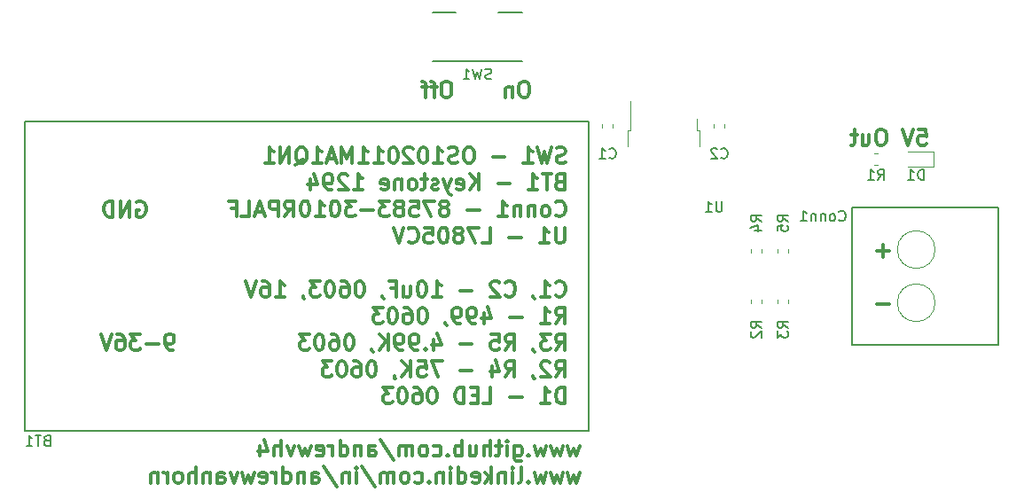
<source format=gbr>
G04 #@! TF.GenerationSoftware,KiCad,Pcbnew,(5.0.2)-1*
G04 #@! TF.CreationDate,2019-07-27T15:32:46-05:00*
G04 #@! TF.ProjectId,BusinessCards,42757369-6e65-4737-9343-617264732e6b,rev?*
G04 #@! TF.SameCoordinates,Original*
G04 #@! TF.FileFunction,Legend,Bot*
G04 #@! TF.FilePolarity,Positive*
%FSLAX46Y46*%
G04 Gerber Fmt 4.6, Leading zero omitted, Abs format (unit mm)*
G04 Created by KiCad (PCBNEW (5.0.2)-1) date 7/27/2019 3:32:46 PM*
%MOMM*%
%LPD*%
G01*
G04 APERTURE LIST*
%ADD10C,0.300000*%
%ADD11C,0.120000*%
%ADD12C,0.150000*%
G04 APERTURE END LIST*
D10*
X143240000Y-57598571D02*
X142954285Y-57598571D01*
X142811428Y-57670000D01*
X142668571Y-57812857D01*
X142597142Y-58098571D01*
X142597142Y-58598571D01*
X142668571Y-58884285D01*
X142811428Y-59027142D01*
X142954285Y-59098571D01*
X143240000Y-59098571D01*
X143382857Y-59027142D01*
X143525714Y-58884285D01*
X143597142Y-58598571D01*
X143597142Y-58098571D01*
X143525714Y-57812857D01*
X143382857Y-57670000D01*
X143240000Y-57598571D01*
X142168571Y-58098571D02*
X141597142Y-58098571D01*
X141954285Y-59098571D02*
X141954285Y-57812857D01*
X141882857Y-57670000D01*
X141740000Y-57598571D01*
X141597142Y-57598571D01*
X141311428Y-58098571D02*
X140740000Y-58098571D01*
X141097142Y-59098571D02*
X141097142Y-57812857D01*
X141025714Y-57670000D01*
X140882857Y-57598571D01*
X140740000Y-57598571D01*
X150681428Y-57598571D02*
X150395714Y-57598571D01*
X150252857Y-57670000D01*
X150110000Y-57812857D01*
X150038571Y-58098571D01*
X150038571Y-58598571D01*
X150110000Y-58884285D01*
X150252857Y-59027142D01*
X150395714Y-59098571D01*
X150681428Y-59098571D01*
X150824285Y-59027142D01*
X150967142Y-58884285D01*
X151038571Y-58598571D01*
X151038571Y-58098571D01*
X150967142Y-57812857D01*
X150824285Y-57670000D01*
X150681428Y-57598571D01*
X149395714Y-58098571D02*
X149395714Y-59098571D01*
X149395714Y-58241428D02*
X149324285Y-58170000D01*
X149181428Y-58098571D01*
X148967142Y-58098571D01*
X148824285Y-58170000D01*
X148752857Y-58312857D01*
X148752857Y-59098571D01*
X154459285Y-65332142D02*
X154245000Y-65403571D01*
X153887857Y-65403571D01*
X153745000Y-65332142D01*
X153673571Y-65260714D01*
X153602142Y-65117857D01*
X153602142Y-64975000D01*
X153673571Y-64832142D01*
X153745000Y-64760714D01*
X153887857Y-64689285D01*
X154173571Y-64617857D01*
X154316428Y-64546428D01*
X154387857Y-64475000D01*
X154459285Y-64332142D01*
X154459285Y-64189285D01*
X154387857Y-64046428D01*
X154316428Y-63975000D01*
X154173571Y-63903571D01*
X153816428Y-63903571D01*
X153602142Y-63975000D01*
X153102142Y-63903571D02*
X152745000Y-65403571D01*
X152459285Y-64332142D01*
X152173571Y-65403571D01*
X151816428Y-63903571D01*
X150459285Y-65403571D02*
X151316428Y-65403571D01*
X150887857Y-65403571D02*
X150887857Y-63903571D01*
X151030714Y-64117857D01*
X151173571Y-64260714D01*
X151316428Y-64332142D01*
X148673571Y-64832142D02*
X147530714Y-64832142D01*
X145387857Y-63903571D02*
X145102142Y-63903571D01*
X144959285Y-63975000D01*
X144816428Y-64117857D01*
X144745000Y-64403571D01*
X144745000Y-64903571D01*
X144816428Y-65189285D01*
X144959285Y-65332142D01*
X145102142Y-65403571D01*
X145387857Y-65403571D01*
X145530714Y-65332142D01*
X145673571Y-65189285D01*
X145745000Y-64903571D01*
X145745000Y-64403571D01*
X145673571Y-64117857D01*
X145530714Y-63975000D01*
X145387857Y-63903571D01*
X144173571Y-65332142D02*
X143959285Y-65403571D01*
X143602142Y-65403571D01*
X143459285Y-65332142D01*
X143387857Y-65260714D01*
X143316428Y-65117857D01*
X143316428Y-64975000D01*
X143387857Y-64832142D01*
X143459285Y-64760714D01*
X143602142Y-64689285D01*
X143887857Y-64617857D01*
X144030714Y-64546428D01*
X144102142Y-64475000D01*
X144173571Y-64332142D01*
X144173571Y-64189285D01*
X144102142Y-64046428D01*
X144030714Y-63975000D01*
X143887857Y-63903571D01*
X143530714Y-63903571D01*
X143316428Y-63975000D01*
X141887857Y-65403571D02*
X142745000Y-65403571D01*
X142316428Y-65403571D02*
X142316428Y-63903571D01*
X142459285Y-64117857D01*
X142602142Y-64260714D01*
X142745000Y-64332142D01*
X140959285Y-63903571D02*
X140816428Y-63903571D01*
X140673571Y-63975000D01*
X140602142Y-64046428D01*
X140530714Y-64189285D01*
X140459285Y-64475000D01*
X140459285Y-64832142D01*
X140530714Y-65117857D01*
X140602142Y-65260714D01*
X140673571Y-65332142D01*
X140816428Y-65403571D01*
X140959285Y-65403571D01*
X141102142Y-65332142D01*
X141173571Y-65260714D01*
X141245000Y-65117857D01*
X141316428Y-64832142D01*
X141316428Y-64475000D01*
X141245000Y-64189285D01*
X141173571Y-64046428D01*
X141102142Y-63975000D01*
X140959285Y-63903571D01*
X139887857Y-64046428D02*
X139816428Y-63975000D01*
X139673571Y-63903571D01*
X139316428Y-63903571D01*
X139173571Y-63975000D01*
X139102142Y-64046428D01*
X139030714Y-64189285D01*
X139030714Y-64332142D01*
X139102142Y-64546428D01*
X139959285Y-65403571D01*
X139030714Y-65403571D01*
X138102142Y-63903571D02*
X137959285Y-63903571D01*
X137816428Y-63975000D01*
X137745000Y-64046428D01*
X137673571Y-64189285D01*
X137602142Y-64475000D01*
X137602142Y-64832142D01*
X137673571Y-65117857D01*
X137745000Y-65260714D01*
X137816428Y-65332142D01*
X137959285Y-65403571D01*
X138102142Y-65403571D01*
X138245000Y-65332142D01*
X138316428Y-65260714D01*
X138387857Y-65117857D01*
X138459285Y-64832142D01*
X138459285Y-64475000D01*
X138387857Y-64189285D01*
X138316428Y-64046428D01*
X138245000Y-63975000D01*
X138102142Y-63903571D01*
X136173571Y-65403571D02*
X137030714Y-65403571D01*
X136602142Y-65403571D02*
X136602142Y-63903571D01*
X136745000Y-64117857D01*
X136887857Y-64260714D01*
X137030714Y-64332142D01*
X134745000Y-65403571D02*
X135602142Y-65403571D01*
X135173571Y-65403571D02*
X135173571Y-63903571D01*
X135316428Y-64117857D01*
X135459285Y-64260714D01*
X135602142Y-64332142D01*
X134102142Y-65403571D02*
X134102142Y-63903571D01*
X133602142Y-64975000D01*
X133102142Y-63903571D01*
X133102142Y-65403571D01*
X132459285Y-64975000D02*
X131745000Y-64975000D01*
X132602142Y-65403571D02*
X132102142Y-63903571D01*
X131602142Y-65403571D01*
X130316428Y-65403571D02*
X131173571Y-65403571D01*
X130745000Y-65403571D02*
X130745000Y-63903571D01*
X130887857Y-64117857D01*
X131030714Y-64260714D01*
X131173571Y-64332142D01*
X128673571Y-65546428D02*
X128816428Y-65475000D01*
X128959285Y-65332142D01*
X129173571Y-65117857D01*
X129316428Y-65046428D01*
X129459285Y-65046428D01*
X129387857Y-65403571D02*
X129530714Y-65332142D01*
X129673571Y-65189285D01*
X129745000Y-64903571D01*
X129745000Y-64403571D01*
X129673571Y-64117857D01*
X129530714Y-63975000D01*
X129387857Y-63903571D01*
X129102142Y-63903571D01*
X128959285Y-63975000D01*
X128816428Y-64117857D01*
X128745000Y-64403571D01*
X128745000Y-64903571D01*
X128816428Y-65189285D01*
X128959285Y-65332142D01*
X129102142Y-65403571D01*
X129387857Y-65403571D01*
X128102142Y-65403571D02*
X128102142Y-63903571D01*
X127245000Y-65403571D01*
X127245000Y-63903571D01*
X125745000Y-65403571D02*
X126602142Y-65403571D01*
X126173571Y-65403571D02*
X126173571Y-63903571D01*
X126316428Y-64117857D01*
X126459285Y-64260714D01*
X126602142Y-64332142D01*
X153887857Y-67167857D02*
X153673571Y-67239285D01*
X153602142Y-67310714D01*
X153530714Y-67453571D01*
X153530714Y-67667857D01*
X153602142Y-67810714D01*
X153673571Y-67882142D01*
X153816428Y-67953571D01*
X154387857Y-67953571D01*
X154387857Y-66453571D01*
X153887857Y-66453571D01*
X153745000Y-66525000D01*
X153673571Y-66596428D01*
X153602142Y-66739285D01*
X153602142Y-66882142D01*
X153673571Y-67025000D01*
X153745000Y-67096428D01*
X153887857Y-67167857D01*
X154387857Y-67167857D01*
X153102142Y-66453571D02*
X152245000Y-66453571D01*
X152673571Y-67953571D02*
X152673571Y-66453571D01*
X150959285Y-67953571D02*
X151816428Y-67953571D01*
X151387857Y-67953571D02*
X151387857Y-66453571D01*
X151530714Y-66667857D01*
X151673571Y-66810714D01*
X151816428Y-66882142D01*
X149173571Y-67382142D02*
X148030714Y-67382142D01*
X146173571Y-67953571D02*
X146173571Y-66453571D01*
X145316428Y-67953571D02*
X145959285Y-67096428D01*
X145316428Y-66453571D02*
X146173571Y-67310714D01*
X144102142Y-67882142D02*
X144245000Y-67953571D01*
X144530714Y-67953571D01*
X144673571Y-67882142D01*
X144745000Y-67739285D01*
X144745000Y-67167857D01*
X144673571Y-67025000D01*
X144530714Y-66953571D01*
X144245000Y-66953571D01*
X144102142Y-67025000D01*
X144030714Y-67167857D01*
X144030714Y-67310714D01*
X144745000Y-67453571D01*
X143530714Y-66953571D02*
X143173571Y-67953571D01*
X142816428Y-66953571D02*
X143173571Y-67953571D01*
X143316428Y-68310714D01*
X143387857Y-68382142D01*
X143530714Y-68453571D01*
X142316428Y-67882142D02*
X142173571Y-67953571D01*
X141887857Y-67953571D01*
X141745000Y-67882142D01*
X141673571Y-67739285D01*
X141673571Y-67667857D01*
X141745000Y-67525000D01*
X141887857Y-67453571D01*
X142102142Y-67453571D01*
X142245000Y-67382142D01*
X142316428Y-67239285D01*
X142316428Y-67167857D01*
X142245000Y-67025000D01*
X142102142Y-66953571D01*
X141887857Y-66953571D01*
X141745000Y-67025000D01*
X141245000Y-66953571D02*
X140673571Y-66953571D01*
X141030714Y-66453571D02*
X141030714Y-67739285D01*
X140959285Y-67882142D01*
X140816428Y-67953571D01*
X140673571Y-67953571D01*
X139959285Y-67953571D02*
X140102142Y-67882142D01*
X140173571Y-67810714D01*
X140245000Y-67667857D01*
X140245000Y-67239285D01*
X140173571Y-67096428D01*
X140102142Y-67025000D01*
X139959285Y-66953571D01*
X139745000Y-66953571D01*
X139602142Y-67025000D01*
X139530714Y-67096428D01*
X139459285Y-67239285D01*
X139459285Y-67667857D01*
X139530714Y-67810714D01*
X139602142Y-67882142D01*
X139745000Y-67953571D01*
X139959285Y-67953571D01*
X138816428Y-66953571D02*
X138816428Y-67953571D01*
X138816428Y-67096428D02*
X138745000Y-67025000D01*
X138602142Y-66953571D01*
X138387857Y-66953571D01*
X138245000Y-67025000D01*
X138173571Y-67167857D01*
X138173571Y-67953571D01*
X136887857Y-67882142D02*
X137030714Y-67953571D01*
X137316428Y-67953571D01*
X137459285Y-67882142D01*
X137530714Y-67739285D01*
X137530714Y-67167857D01*
X137459285Y-67025000D01*
X137316428Y-66953571D01*
X137030714Y-66953571D01*
X136887857Y-67025000D01*
X136816428Y-67167857D01*
X136816428Y-67310714D01*
X137530714Y-67453571D01*
X134245000Y-67953571D02*
X135102142Y-67953571D01*
X134673571Y-67953571D02*
X134673571Y-66453571D01*
X134816428Y-66667857D01*
X134959285Y-66810714D01*
X135102142Y-66882142D01*
X133673571Y-66596428D02*
X133602142Y-66525000D01*
X133459285Y-66453571D01*
X133102142Y-66453571D01*
X132959285Y-66525000D01*
X132887857Y-66596428D01*
X132816428Y-66739285D01*
X132816428Y-66882142D01*
X132887857Y-67096428D01*
X133745000Y-67953571D01*
X132816428Y-67953571D01*
X132102142Y-67953571D02*
X131816428Y-67953571D01*
X131673571Y-67882142D01*
X131602142Y-67810714D01*
X131459285Y-67596428D01*
X131387857Y-67310714D01*
X131387857Y-66739285D01*
X131459285Y-66596428D01*
X131530714Y-66525000D01*
X131673571Y-66453571D01*
X131959285Y-66453571D01*
X132102142Y-66525000D01*
X132173571Y-66596428D01*
X132245000Y-66739285D01*
X132245000Y-67096428D01*
X132173571Y-67239285D01*
X132102142Y-67310714D01*
X131959285Y-67382142D01*
X131673571Y-67382142D01*
X131530714Y-67310714D01*
X131459285Y-67239285D01*
X131387857Y-67096428D01*
X130102142Y-66953571D02*
X130102142Y-67953571D01*
X130459285Y-66382142D02*
X130816428Y-67453571D01*
X129887857Y-67453571D01*
X153530714Y-70360714D02*
X153602142Y-70432142D01*
X153816428Y-70503571D01*
X153959285Y-70503571D01*
X154173571Y-70432142D01*
X154316428Y-70289285D01*
X154387857Y-70146428D01*
X154459285Y-69860714D01*
X154459285Y-69646428D01*
X154387857Y-69360714D01*
X154316428Y-69217857D01*
X154173571Y-69075000D01*
X153959285Y-69003571D01*
X153816428Y-69003571D01*
X153602142Y-69075000D01*
X153530714Y-69146428D01*
X152673571Y-70503571D02*
X152816428Y-70432142D01*
X152887857Y-70360714D01*
X152959285Y-70217857D01*
X152959285Y-69789285D01*
X152887857Y-69646428D01*
X152816428Y-69575000D01*
X152673571Y-69503571D01*
X152459285Y-69503571D01*
X152316428Y-69575000D01*
X152245000Y-69646428D01*
X152173571Y-69789285D01*
X152173571Y-70217857D01*
X152245000Y-70360714D01*
X152316428Y-70432142D01*
X152459285Y-70503571D01*
X152673571Y-70503571D01*
X151530714Y-69503571D02*
X151530714Y-70503571D01*
X151530714Y-69646428D02*
X151459285Y-69575000D01*
X151316428Y-69503571D01*
X151102142Y-69503571D01*
X150959285Y-69575000D01*
X150887857Y-69717857D01*
X150887857Y-70503571D01*
X150173571Y-69503571D02*
X150173571Y-70503571D01*
X150173571Y-69646428D02*
X150102142Y-69575000D01*
X149959285Y-69503571D01*
X149745000Y-69503571D01*
X149602142Y-69575000D01*
X149530714Y-69717857D01*
X149530714Y-70503571D01*
X148030714Y-70503571D02*
X148887857Y-70503571D01*
X148459285Y-70503571D02*
X148459285Y-69003571D01*
X148602142Y-69217857D01*
X148745000Y-69360714D01*
X148887857Y-69432142D01*
X146245000Y-69932142D02*
X145102142Y-69932142D01*
X143030714Y-69646428D02*
X143173571Y-69575000D01*
X143245000Y-69503571D01*
X143316428Y-69360714D01*
X143316428Y-69289285D01*
X143245000Y-69146428D01*
X143173571Y-69075000D01*
X143030714Y-69003571D01*
X142745000Y-69003571D01*
X142602142Y-69075000D01*
X142530714Y-69146428D01*
X142459285Y-69289285D01*
X142459285Y-69360714D01*
X142530714Y-69503571D01*
X142602142Y-69575000D01*
X142745000Y-69646428D01*
X143030714Y-69646428D01*
X143173571Y-69717857D01*
X143245000Y-69789285D01*
X143316428Y-69932142D01*
X143316428Y-70217857D01*
X143245000Y-70360714D01*
X143173571Y-70432142D01*
X143030714Y-70503571D01*
X142745000Y-70503571D01*
X142602142Y-70432142D01*
X142530714Y-70360714D01*
X142459285Y-70217857D01*
X142459285Y-69932142D01*
X142530714Y-69789285D01*
X142602142Y-69717857D01*
X142745000Y-69646428D01*
X141959285Y-69003571D02*
X140959285Y-69003571D01*
X141602142Y-70503571D01*
X139673571Y-69003571D02*
X140387857Y-69003571D01*
X140459285Y-69717857D01*
X140387857Y-69646428D01*
X140245000Y-69575000D01*
X139887857Y-69575000D01*
X139745000Y-69646428D01*
X139673571Y-69717857D01*
X139602142Y-69860714D01*
X139602142Y-70217857D01*
X139673571Y-70360714D01*
X139745000Y-70432142D01*
X139887857Y-70503571D01*
X140245000Y-70503571D01*
X140387857Y-70432142D01*
X140459285Y-70360714D01*
X138745000Y-69646428D02*
X138887857Y-69575000D01*
X138959285Y-69503571D01*
X139030714Y-69360714D01*
X139030714Y-69289285D01*
X138959285Y-69146428D01*
X138887857Y-69075000D01*
X138745000Y-69003571D01*
X138459285Y-69003571D01*
X138316428Y-69075000D01*
X138245000Y-69146428D01*
X138173571Y-69289285D01*
X138173571Y-69360714D01*
X138245000Y-69503571D01*
X138316428Y-69575000D01*
X138459285Y-69646428D01*
X138745000Y-69646428D01*
X138887857Y-69717857D01*
X138959285Y-69789285D01*
X139030714Y-69932142D01*
X139030714Y-70217857D01*
X138959285Y-70360714D01*
X138887857Y-70432142D01*
X138745000Y-70503571D01*
X138459285Y-70503571D01*
X138316428Y-70432142D01*
X138245000Y-70360714D01*
X138173571Y-70217857D01*
X138173571Y-69932142D01*
X138245000Y-69789285D01*
X138316428Y-69717857D01*
X138459285Y-69646428D01*
X137673571Y-69003571D02*
X136745000Y-69003571D01*
X137245000Y-69575000D01*
X137030714Y-69575000D01*
X136887857Y-69646428D01*
X136816428Y-69717857D01*
X136745000Y-69860714D01*
X136745000Y-70217857D01*
X136816428Y-70360714D01*
X136887857Y-70432142D01*
X137030714Y-70503571D01*
X137459285Y-70503571D01*
X137602142Y-70432142D01*
X137673571Y-70360714D01*
X136102142Y-69932142D02*
X134959285Y-69932142D01*
X134387857Y-69003571D02*
X133459285Y-69003571D01*
X133959285Y-69575000D01*
X133744999Y-69575000D01*
X133602142Y-69646428D01*
X133530714Y-69717857D01*
X133459285Y-69860714D01*
X133459285Y-70217857D01*
X133530714Y-70360714D01*
X133602142Y-70432142D01*
X133744999Y-70503571D01*
X134173571Y-70503571D01*
X134316428Y-70432142D01*
X134387857Y-70360714D01*
X132530714Y-69003571D02*
X132387857Y-69003571D01*
X132244999Y-69075000D01*
X132173571Y-69146428D01*
X132102142Y-69289285D01*
X132030714Y-69575000D01*
X132030714Y-69932142D01*
X132102142Y-70217857D01*
X132173571Y-70360714D01*
X132244999Y-70432142D01*
X132387857Y-70503571D01*
X132530714Y-70503571D01*
X132673571Y-70432142D01*
X132744999Y-70360714D01*
X132816428Y-70217857D01*
X132887857Y-69932142D01*
X132887857Y-69575000D01*
X132816428Y-69289285D01*
X132744999Y-69146428D01*
X132673571Y-69075000D01*
X132530714Y-69003571D01*
X130602142Y-70503571D02*
X131459285Y-70503571D01*
X131030714Y-70503571D02*
X131030714Y-69003571D01*
X131173571Y-69217857D01*
X131316428Y-69360714D01*
X131459285Y-69432142D01*
X129673571Y-69003571D02*
X129530714Y-69003571D01*
X129387857Y-69075000D01*
X129316428Y-69146428D01*
X129244999Y-69289285D01*
X129173571Y-69575000D01*
X129173571Y-69932142D01*
X129244999Y-70217857D01*
X129316428Y-70360714D01*
X129387857Y-70432142D01*
X129530714Y-70503571D01*
X129673571Y-70503571D01*
X129816428Y-70432142D01*
X129887857Y-70360714D01*
X129959285Y-70217857D01*
X130030714Y-69932142D01*
X130030714Y-69575000D01*
X129959285Y-69289285D01*
X129887857Y-69146428D01*
X129816428Y-69075000D01*
X129673571Y-69003571D01*
X127673571Y-70503571D02*
X128173571Y-69789285D01*
X128530714Y-70503571D02*
X128530714Y-69003571D01*
X127959285Y-69003571D01*
X127816428Y-69075000D01*
X127744999Y-69146428D01*
X127673571Y-69289285D01*
X127673571Y-69503571D01*
X127744999Y-69646428D01*
X127816428Y-69717857D01*
X127959285Y-69789285D01*
X128530714Y-69789285D01*
X127030714Y-70503571D02*
X127030714Y-69003571D01*
X126459285Y-69003571D01*
X126316428Y-69075000D01*
X126244999Y-69146428D01*
X126173571Y-69289285D01*
X126173571Y-69503571D01*
X126244999Y-69646428D01*
X126316428Y-69717857D01*
X126459285Y-69789285D01*
X127030714Y-69789285D01*
X125602142Y-70075000D02*
X124887857Y-70075000D01*
X125744999Y-70503571D02*
X125244999Y-69003571D01*
X124744999Y-70503571D01*
X123530714Y-70503571D02*
X124244999Y-70503571D01*
X124244999Y-69003571D01*
X122530714Y-69717857D02*
X123030714Y-69717857D01*
X123030714Y-70503571D02*
X123030714Y-69003571D01*
X122316428Y-69003571D01*
X154387857Y-71553571D02*
X154387857Y-72767857D01*
X154316428Y-72910714D01*
X154245000Y-72982142D01*
X154102142Y-73053571D01*
X153816428Y-73053571D01*
X153673571Y-72982142D01*
X153602142Y-72910714D01*
X153530714Y-72767857D01*
X153530714Y-71553571D01*
X152030714Y-73053571D02*
X152887857Y-73053571D01*
X152459285Y-73053571D02*
X152459285Y-71553571D01*
X152602142Y-71767857D01*
X152745000Y-71910714D01*
X152887857Y-71982142D01*
X150245000Y-72482142D02*
X149102142Y-72482142D01*
X146530714Y-73053571D02*
X147245000Y-73053571D01*
X147245000Y-71553571D01*
X146173571Y-71553571D02*
X145173571Y-71553571D01*
X145816428Y-73053571D01*
X144387857Y-72196428D02*
X144530714Y-72125000D01*
X144602142Y-72053571D01*
X144673571Y-71910714D01*
X144673571Y-71839285D01*
X144602142Y-71696428D01*
X144530714Y-71625000D01*
X144387857Y-71553571D01*
X144102142Y-71553571D01*
X143959285Y-71625000D01*
X143887857Y-71696428D01*
X143816428Y-71839285D01*
X143816428Y-71910714D01*
X143887857Y-72053571D01*
X143959285Y-72125000D01*
X144102142Y-72196428D01*
X144387857Y-72196428D01*
X144530714Y-72267857D01*
X144602142Y-72339285D01*
X144673571Y-72482142D01*
X144673571Y-72767857D01*
X144602142Y-72910714D01*
X144530714Y-72982142D01*
X144387857Y-73053571D01*
X144102142Y-73053571D01*
X143959285Y-72982142D01*
X143887857Y-72910714D01*
X143816428Y-72767857D01*
X143816428Y-72482142D01*
X143887857Y-72339285D01*
X143959285Y-72267857D01*
X144102142Y-72196428D01*
X142887857Y-71553571D02*
X142745000Y-71553571D01*
X142602142Y-71625000D01*
X142530714Y-71696428D01*
X142459285Y-71839285D01*
X142387857Y-72125000D01*
X142387857Y-72482142D01*
X142459285Y-72767857D01*
X142530714Y-72910714D01*
X142602142Y-72982142D01*
X142745000Y-73053571D01*
X142887857Y-73053571D01*
X143030714Y-72982142D01*
X143102142Y-72910714D01*
X143173571Y-72767857D01*
X143245000Y-72482142D01*
X143245000Y-72125000D01*
X143173571Y-71839285D01*
X143102142Y-71696428D01*
X143030714Y-71625000D01*
X142887857Y-71553571D01*
X141030714Y-71553571D02*
X141745000Y-71553571D01*
X141816428Y-72267857D01*
X141745000Y-72196428D01*
X141602142Y-72125000D01*
X141245000Y-72125000D01*
X141102142Y-72196428D01*
X141030714Y-72267857D01*
X140959285Y-72410714D01*
X140959285Y-72767857D01*
X141030714Y-72910714D01*
X141102142Y-72982142D01*
X141245000Y-73053571D01*
X141602142Y-73053571D01*
X141745000Y-72982142D01*
X141816428Y-72910714D01*
X139459285Y-72910714D02*
X139530714Y-72982142D01*
X139745000Y-73053571D01*
X139887857Y-73053571D01*
X140102142Y-72982142D01*
X140245000Y-72839285D01*
X140316428Y-72696428D01*
X140387857Y-72410714D01*
X140387857Y-72196428D01*
X140316428Y-71910714D01*
X140245000Y-71767857D01*
X140102142Y-71625000D01*
X139887857Y-71553571D01*
X139745000Y-71553571D01*
X139530714Y-71625000D01*
X139459285Y-71696428D01*
X139030714Y-71553571D02*
X138530714Y-73053571D01*
X138030714Y-71553571D01*
X153530714Y-78010714D02*
X153602142Y-78082142D01*
X153816428Y-78153571D01*
X153959285Y-78153571D01*
X154173571Y-78082142D01*
X154316428Y-77939285D01*
X154387857Y-77796428D01*
X154459285Y-77510714D01*
X154459285Y-77296428D01*
X154387857Y-77010714D01*
X154316428Y-76867857D01*
X154173571Y-76725000D01*
X153959285Y-76653571D01*
X153816428Y-76653571D01*
X153602142Y-76725000D01*
X153530714Y-76796428D01*
X152102142Y-78153571D02*
X152959285Y-78153571D01*
X152530714Y-78153571D02*
X152530714Y-76653571D01*
X152673571Y-76867857D01*
X152816428Y-77010714D01*
X152959285Y-77082142D01*
X151387857Y-78082142D02*
X151387857Y-78153571D01*
X151459285Y-78296428D01*
X151530714Y-78367857D01*
X148745000Y-78010714D02*
X148816428Y-78082142D01*
X149030714Y-78153571D01*
X149173571Y-78153571D01*
X149387857Y-78082142D01*
X149530714Y-77939285D01*
X149602142Y-77796428D01*
X149673571Y-77510714D01*
X149673571Y-77296428D01*
X149602142Y-77010714D01*
X149530714Y-76867857D01*
X149387857Y-76725000D01*
X149173571Y-76653571D01*
X149030714Y-76653571D01*
X148816428Y-76725000D01*
X148745000Y-76796428D01*
X148173571Y-76796428D02*
X148102142Y-76725000D01*
X147959285Y-76653571D01*
X147602142Y-76653571D01*
X147459285Y-76725000D01*
X147387857Y-76796428D01*
X147316428Y-76939285D01*
X147316428Y-77082142D01*
X147387857Y-77296428D01*
X148245000Y-78153571D01*
X147316428Y-78153571D01*
X145530714Y-77582142D02*
X144387857Y-77582142D01*
X141745000Y-78153571D02*
X142602142Y-78153571D01*
X142173571Y-78153571D02*
X142173571Y-76653571D01*
X142316428Y-76867857D01*
X142459285Y-77010714D01*
X142602142Y-77082142D01*
X140816428Y-76653571D02*
X140673571Y-76653571D01*
X140530714Y-76725000D01*
X140459285Y-76796428D01*
X140387857Y-76939285D01*
X140316428Y-77225000D01*
X140316428Y-77582142D01*
X140387857Y-77867857D01*
X140459285Y-78010714D01*
X140530714Y-78082142D01*
X140673571Y-78153571D01*
X140816428Y-78153571D01*
X140959285Y-78082142D01*
X141030714Y-78010714D01*
X141102142Y-77867857D01*
X141173571Y-77582142D01*
X141173571Y-77225000D01*
X141102142Y-76939285D01*
X141030714Y-76796428D01*
X140959285Y-76725000D01*
X140816428Y-76653571D01*
X139030714Y-77153571D02*
X139030714Y-78153571D01*
X139673571Y-77153571D02*
X139673571Y-77939285D01*
X139602142Y-78082142D01*
X139459285Y-78153571D01*
X139245000Y-78153571D01*
X139102142Y-78082142D01*
X139030714Y-78010714D01*
X137816428Y-77367857D02*
X138316428Y-77367857D01*
X138316428Y-78153571D02*
X138316428Y-76653571D01*
X137602142Y-76653571D01*
X136959285Y-78082142D02*
X136959285Y-78153571D01*
X137030714Y-78296428D01*
X137102142Y-78367857D01*
X134887857Y-76653571D02*
X134745000Y-76653571D01*
X134602142Y-76725000D01*
X134530714Y-76796428D01*
X134459285Y-76939285D01*
X134387857Y-77225000D01*
X134387857Y-77582142D01*
X134459285Y-77867857D01*
X134530714Y-78010714D01*
X134602142Y-78082142D01*
X134745000Y-78153571D01*
X134887857Y-78153571D01*
X135030714Y-78082142D01*
X135102142Y-78010714D01*
X135173571Y-77867857D01*
X135245000Y-77582142D01*
X135245000Y-77225000D01*
X135173571Y-76939285D01*
X135102142Y-76796428D01*
X135030714Y-76725000D01*
X134887857Y-76653571D01*
X133102142Y-76653571D02*
X133387857Y-76653571D01*
X133530714Y-76725000D01*
X133602142Y-76796428D01*
X133745000Y-77010714D01*
X133816428Y-77296428D01*
X133816428Y-77867857D01*
X133745000Y-78010714D01*
X133673571Y-78082142D01*
X133530714Y-78153571D01*
X133245000Y-78153571D01*
X133102142Y-78082142D01*
X133030714Y-78010714D01*
X132959285Y-77867857D01*
X132959285Y-77510714D01*
X133030714Y-77367857D01*
X133102142Y-77296428D01*
X133245000Y-77225000D01*
X133530714Y-77225000D01*
X133673571Y-77296428D01*
X133745000Y-77367857D01*
X133816428Y-77510714D01*
X132030714Y-76653571D02*
X131887857Y-76653571D01*
X131745000Y-76725000D01*
X131673571Y-76796428D01*
X131602142Y-76939285D01*
X131530714Y-77225000D01*
X131530714Y-77582142D01*
X131602142Y-77867857D01*
X131673571Y-78010714D01*
X131745000Y-78082142D01*
X131887857Y-78153571D01*
X132030714Y-78153571D01*
X132173571Y-78082142D01*
X132245000Y-78010714D01*
X132316428Y-77867857D01*
X132387857Y-77582142D01*
X132387857Y-77225000D01*
X132316428Y-76939285D01*
X132245000Y-76796428D01*
X132173571Y-76725000D01*
X132030714Y-76653571D01*
X131030714Y-76653571D02*
X130102142Y-76653571D01*
X130602142Y-77225000D01*
X130387857Y-77225000D01*
X130245000Y-77296428D01*
X130173571Y-77367857D01*
X130102142Y-77510714D01*
X130102142Y-77867857D01*
X130173571Y-78010714D01*
X130245000Y-78082142D01*
X130387857Y-78153571D01*
X130816428Y-78153571D01*
X130959285Y-78082142D01*
X131030714Y-78010714D01*
X129387857Y-78082142D02*
X129387857Y-78153571D01*
X129459285Y-78296428D01*
X129530714Y-78367857D01*
X126816428Y-78153571D02*
X127673571Y-78153571D01*
X127245000Y-78153571D02*
X127245000Y-76653571D01*
X127387857Y-76867857D01*
X127530714Y-77010714D01*
X127673571Y-77082142D01*
X125530714Y-76653571D02*
X125816428Y-76653571D01*
X125959285Y-76725000D01*
X126030714Y-76796428D01*
X126173571Y-77010714D01*
X126245000Y-77296428D01*
X126245000Y-77867857D01*
X126173571Y-78010714D01*
X126102142Y-78082142D01*
X125959285Y-78153571D01*
X125673571Y-78153571D01*
X125530714Y-78082142D01*
X125459285Y-78010714D01*
X125387857Y-77867857D01*
X125387857Y-77510714D01*
X125459285Y-77367857D01*
X125530714Y-77296428D01*
X125673571Y-77225000D01*
X125959285Y-77225000D01*
X126102142Y-77296428D01*
X126173571Y-77367857D01*
X126245000Y-77510714D01*
X124959285Y-76653571D02*
X124459285Y-78153571D01*
X123959285Y-76653571D01*
X153530714Y-80703571D02*
X154030714Y-79989285D01*
X154387857Y-80703571D02*
X154387857Y-79203571D01*
X153816428Y-79203571D01*
X153673571Y-79275000D01*
X153602142Y-79346428D01*
X153530714Y-79489285D01*
X153530714Y-79703571D01*
X153602142Y-79846428D01*
X153673571Y-79917857D01*
X153816428Y-79989285D01*
X154387857Y-79989285D01*
X152102142Y-80703571D02*
X152959285Y-80703571D01*
X152530714Y-80703571D02*
X152530714Y-79203571D01*
X152673571Y-79417857D01*
X152816428Y-79560714D01*
X152959285Y-79632142D01*
X150316428Y-80132142D02*
X149173571Y-80132142D01*
X146673571Y-79703571D02*
X146673571Y-80703571D01*
X147030714Y-79132142D02*
X147387857Y-80203571D01*
X146459285Y-80203571D01*
X145816428Y-80703571D02*
X145530714Y-80703571D01*
X145387857Y-80632142D01*
X145316428Y-80560714D01*
X145173571Y-80346428D01*
X145102142Y-80060714D01*
X145102142Y-79489285D01*
X145173571Y-79346428D01*
X145245000Y-79275000D01*
X145387857Y-79203571D01*
X145673571Y-79203571D01*
X145816428Y-79275000D01*
X145887857Y-79346428D01*
X145959285Y-79489285D01*
X145959285Y-79846428D01*
X145887857Y-79989285D01*
X145816428Y-80060714D01*
X145673571Y-80132142D01*
X145387857Y-80132142D01*
X145245000Y-80060714D01*
X145173571Y-79989285D01*
X145102142Y-79846428D01*
X144387857Y-80703571D02*
X144102142Y-80703571D01*
X143959285Y-80632142D01*
X143887857Y-80560714D01*
X143745000Y-80346428D01*
X143673571Y-80060714D01*
X143673571Y-79489285D01*
X143745000Y-79346428D01*
X143816428Y-79275000D01*
X143959285Y-79203571D01*
X144245000Y-79203571D01*
X144387857Y-79275000D01*
X144459285Y-79346428D01*
X144530714Y-79489285D01*
X144530714Y-79846428D01*
X144459285Y-79989285D01*
X144387857Y-80060714D01*
X144245000Y-80132142D01*
X143959285Y-80132142D01*
X143816428Y-80060714D01*
X143745000Y-79989285D01*
X143673571Y-79846428D01*
X142959285Y-80632142D02*
X142959285Y-80703571D01*
X143030714Y-80846428D01*
X143102142Y-80917857D01*
X140887857Y-79203571D02*
X140745000Y-79203571D01*
X140602142Y-79275000D01*
X140530714Y-79346428D01*
X140459285Y-79489285D01*
X140387857Y-79775000D01*
X140387857Y-80132142D01*
X140459285Y-80417857D01*
X140530714Y-80560714D01*
X140602142Y-80632142D01*
X140745000Y-80703571D01*
X140887857Y-80703571D01*
X141030714Y-80632142D01*
X141102142Y-80560714D01*
X141173571Y-80417857D01*
X141245000Y-80132142D01*
X141245000Y-79775000D01*
X141173571Y-79489285D01*
X141102142Y-79346428D01*
X141030714Y-79275000D01*
X140887857Y-79203571D01*
X139102142Y-79203571D02*
X139387857Y-79203571D01*
X139530714Y-79275000D01*
X139602142Y-79346428D01*
X139745000Y-79560714D01*
X139816428Y-79846428D01*
X139816428Y-80417857D01*
X139745000Y-80560714D01*
X139673571Y-80632142D01*
X139530714Y-80703571D01*
X139245000Y-80703571D01*
X139102142Y-80632142D01*
X139030714Y-80560714D01*
X138959285Y-80417857D01*
X138959285Y-80060714D01*
X139030714Y-79917857D01*
X139102142Y-79846428D01*
X139245000Y-79775000D01*
X139530714Y-79775000D01*
X139673571Y-79846428D01*
X139745000Y-79917857D01*
X139816428Y-80060714D01*
X138030714Y-79203571D02*
X137887857Y-79203571D01*
X137745000Y-79275000D01*
X137673571Y-79346428D01*
X137602142Y-79489285D01*
X137530714Y-79775000D01*
X137530714Y-80132142D01*
X137602142Y-80417857D01*
X137673571Y-80560714D01*
X137745000Y-80632142D01*
X137887857Y-80703571D01*
X138030714Y-80703571D01*
X138173571Y-80632142D01*
X138245000Y-80560714D01*
X138316428Y-80417857D01*
X138387857Y-80132142D01*
X138387857Y-79775000D01*
X138316428Y-79489285D01*
X138245000Y-79346428D01*
X138173571Y-79275000D01*
X138030714Y-79203571D01*
X137030714Y-79203571D02*
X136102142Y-79203571D01*
X136602142Y-79775000D01*
X136387857Y-79775000D01*
X136245000Y-79846428D01*
X136173571Y-79917857D01*
X136102142Y-80060714D01*
X136102142Y-80417857D01*
X136173571Y-80560714D01*
X136245000Y-80632142D01*
X136387857Y-80703571D01*
X136816428Y-80703571D01*
X136959285Y-80632142D01*
X137030714Y-80560714D01*
X153530714Y-83253571D02*
X154030714Y-82539285D01*
X154387857Y-83253571D02*
X154387857Y-81753571D01*
X153816428Y-81753571D01*
X153673571Y-81825000D01*
X153602142Y-81896428D01*
X153530714Y-82039285D01*
X153530714Y-82253571D01*
X153602142Y-82396428D01*
X153673571Y-82467857D01*
X153816428Y-82539285D01*
X154387857Y-82539285D01*
X153030714Y-81753571D02*
X152102142Y-81753571D01*
X152602142Y-82325000D01*
X152387857Y-82325000D01*
X152245000Y-82396428D01*
X152173571Y-82467857D01*
X152102142Y-82610714D01*
X152102142Y-82967857D01*
X152173571Y-83110714D01*
X152245000Y-83182142D01*
X152387857Y-83253571D01*
X152816428Y-83253571D01*
X152959285Y-83182142D01*
X153030714Y-83110714D01*
X151387857Y-83182142D02*
X151387857Y-83253571D01*
X151459285Y-83396428D01*
X151530714Y-83467857D01*
X148745000Y-83253571D02*
X149245000Y-82539285D01*
X149602142Y-83253571D02*
X149602142Y-81753571D01*
X149030714Y-81753571D01*
X148887857Y-81825000D01*
X148816428Y-81896428D01*
X148745000Y-82039285D01*
X148745000Y-82253571D01*
X148816428Y-82396428D01*
X148887857Y-82467857D01*
X149030714Y-82539285D01*
X149602142Y-82539285D01*
X147387857Y-81753571D02*
X148102142Y-81753571D01*
X148173571Y-82467857D01*
X148102142Y-82396428D01*
X147959285Y-82325000D01*
X147602142Y-82325000D01*
X147459285Y-82396428D01*
X147387857Y-82467857D01*
X147316428Y-82610714D01*
X147316428Y-82967857D01*
X147387857Y-83110714D01*
X147459285Y-83182142D01*
X147602142Y-83253571D01*
X147959285Y-83253571D01*
X148102142Y-83182142D01*
X148173571Y-83110714D01*
X145530714Y-82682142D02*
X144387857Y-82682142D01*
X141887857Y-82253571D02*
X141887857Y-83253571D01*
X142245000Y-81682142D02*
X142602142Y-82753571D01*
X141673571Y-82753571D01*
X141102142Y-83110714D02*
X141030714Y-83182142D01*
X141102142Y-83253571D01*
X141173571Y-83182142D01*
X141102142Y-83110714D01*
X141102142Y-83253571D01*
X140316428Y-83253571D02*
X140030714Y-83253571D01*
X139887857Y-83182142D01*
X139816428Y-83110714D01*
X139673571Y-82896428D01*
X139602142Y-82610714D01*
X139602142Y-82039285D01*
X139673571Y-81896428D01*
X139745000Y-81825000D01*
X139887857Y-81753571D01*
X140173571Y-81753571D01*
X140316428Y-81825000D01*
X140387857Y-81896428D01*
X140459285Y-82039285D01*
X140459285Y-82396428D01*
X140387857Y-82539285D01*
X140316428Y-82610714D01*
X140173571Y-82682142D01*
X139887857Y-82682142D01*
X139745000Y-82610714D01*
X139673571Y-82539285D01*
X139602142Y-82396428D01*
X138887857Y-83253571D02*
X138602142Y-83253571D01*
X138459285Y-83182142D01*
X138387857Y-83110714D01*
X138245000Y-82896428D01*
X138173571Y-82610714D01*
X138173571Y-82039285D01*
X138245000Y-81896428D01*
X138316428Y-81825000D01*
X138459285Y-81753571D01*
X138745000Y-81753571D01*
X138887857Y-81825000D01*
X138959285Y-81896428D01*
X139030714Y-82039285D01*
X139030714Y-82396428D01*
X138959285Y-82539285D01*
X138887857Y-82610714D01*
X138745000Y-82682142D01*
X138459285Y-82682142D01*
X138316428Y-82610714D01*
X138245000Y-82539285D01*
X138173571Y-82396428D01*
X137530714Y-83253571D02*
X137530714Y-81753571D01*
X136673571Y-83253571D02*
X137316428Y-82396428D01*
X136673571Y-81753571D02*
X137530714Y-82610714D01*
X135959285Y-83182142D02*
X135959285Y-83253571D01*
X136030714Y-83396428D01*
X136102142Y-83467857D01*
X133887857Y-81753571D02*
X133745000Y-81753571D01*
X133602142Y-81825000D01*
X133530714Y-81896428D01*
X133459285Y-82039285D01*
X133387857Y-82325000D01*
X133387857Y-82682142D01*
X133459285Y-82967857D01*
X133530714Y-83110714D01*
X133602142Y-83182142D01*
X133745000Y-83253571D01*
X133887857Y-83253571D01*
X134030714Y-83182142D01*
X134102142Y-83110714D01*
X134173571Y-82967857D01*
X134245000Y-82682142D01*
X134245000Y-82325000D01*
X134173571Y-82039285D01*
X134102142Y-81896428D01*
X134030714Y-81825000D01*
X133887857Y-81753571D01*
X132102142Y-81753571D02*
X132387857Y-81753571D01*
X132530714Y-81825000D01*
X132602142Y-81896428D01*
X132745000Y-82110714D01*
X132816428Y-82396428D01*
X132816428Y-82967857D01*
X132745000Y-83110714D01*
X132673571Y-83182142D01*
X132530714Y-83253571D01*
X132245000Y-83253571D01*
X132102142Y-83182142D01*
X132030714Y-83110714D01*
X131959285Y-82967857D01*
X131959285Y-82610714D01*
X132030714Y-82467857D01*
X132102142Y-82396428D01*
X132245000Y-82325000D01*
X132530714Y-82325000D01*
X132673571Y-82396428D01*
X132745000Y-82467857D01*
X132816428Y-82610714D01*
X131030714Y-81753571D02*
X130887857Y-81753571D01*
X130745000Y-81825000D01*
X130673571Y-81896428D01*
X130602142Y-82039285D01*
X130530714Y-82325000D01*
X130530714Y-82682142D01*
X130602142Y-82967857D01*
X130673571Y-83110714D01*
X130745000Y-83182142D01*
X130887857Y-83253571D01*
X131030714Y-83253571D01*
X131173571Y-83182142D01*
X131245000Y-83110714D01*
X131316428Y-82967857D01*
X131387857Y-82682142D01*
X131387857Y-82325000D01*
X131316428Y-82039285D01*
X131245000Y-81896428D01*
X131173571Y-81825000D01*
X131030714Y-81753571D01*
X130030714Y-81753571D02*
X129102142Y-81753571D01*
X129602142Y-82325000D01*
X129387857Y-82325000D01*
X129245000Y-82396428D01*
X129173571Y-82467857D01*
X129102142Y-82610714D01*
X129102142Y-82967857D01*
X129173571Y-83110714D01*
X129245000Y-83182142D01*
X129387857Y-83253571D01*
X129816428Y-83253571D01*
X129959285Y-83182142D01*
X130030714Y-83110714D01*
X153530714Y-85803571D02*
X154030714Y-85089285D01*
X154387857Y-85803571D02*
X154387857Y-84303571D01*
X153816428Y-84303571D01*
X153673571Y-84375000D01*
X153602142Y-84446428D01*
X153530714Y-84589285D01*
X153530714Y-84803571D01*
X153602142Y-84946428D01*
X153673571Y-85017857D01*
X153816428Y-85089285D01*
X154387857Y-85089285D01*
X152959285Y-84446428D02*
X152887857Y-84375000D01*
X152745000Y-84303571D01*
X152387857Y-84303571D01*
X152245000Y-84375000D01*
X152173571Y-84446428D01*
X152102142Y-84589285D01*
X152102142Y-84732142D01*
X152173571Y-84946428D01*
X153030714Y-85803571D01*
X152102142Y-85803571D01*
X151387857Y-85732142D02*
X151387857Y-85803571D01*
X151459285Y-85946428D01*
X151530714Y-86017857D01*
X148745000Y-85803571D02*
X149245000Y-85089285D01*
X149602142Y-85803571D02*
X149602142Y-84303571D01*
X149030714Y-84303571D01*
X148887857Y-84375000D01*
X148816428Y-84446428D01*
X148745000Y-84589285D01*
X148745000Y-84803571D01*
X148816428Y-84946428D01*
X148887857Y-85017857D01*
X149030714Y-85089285D01*
X149602142Y-85089285D01*
X147459285Y-84803571D02*
X147459285Y-85803571D01*
X147816428Y-84232142D02*
X148173571Y-85303571D01*
X147245000Y-85303571D01*
X145530714Y-85232142D02*
X144387857Y-85232142D01*
X142673571Y-84303571D02*
X141673571Y-84303571D01*
X142316428Y-85803571D01*
X140387857Y-84303571D02*
X141102142Y-84303571D01*
X141173571Y-85017857D01*
X141102142Y-84946428D01*
X140959285Y-84875000D01*
X140602142Y-84875000D01*
X140459285Y-84946428D01*
X140387857Y-85017857D01*
X140316428Y-85160714D01*
X140316428Y-85517857D01*
X140387857Y-85660714D01*
X140459285Y-85732142D01*
X140602142Y-85803571D01*
X140959285Y-85803571D01*
X141102142Y-85732142D01*
X141173571Y-85660714D01*
X139673571Y-85803571D02*
X139673571Y-84303571D01*
X138816428Y-85803571D02*
X139459285Y-84946428D01*
X138816428Y-84303571D02*
X139673571Y-85160714D01*
X138102142Y-85732142D02*
X138102142Y-85803571D01*
X138173571Y-85946428D01*
X138245000Y-86017857D01*
X136030714Y-84303571D02*
X135887857Y-84303571D01*
X135745000Y-84375000D01*
X135673571Y-84446428D01*
X135602142Y-84589285D01*
X135530714Y-84875000D01*
X135530714Y-85232142D01*
X135602142Y-85517857D01*
X135673571Y-85660714D01*
X135745000Y-85732142D01*
X135887857Y-85803571D01*
X136030714Y-85803571D01*
X136173571Y-85732142D01*
X136245000Y-85660714D01*
X136316428Y-85517857D01*
X136387857Y-85232142D01*
X136387857Y-84875000D01*
X136316428Y-84589285D01*
X136245000Y-84446428D01*
X136173571Y-84375000D01*
X136030714Y-84303571D01*
X134245000Y-84303571D02*
X134530714Y-84303571D01*
X134673571Y-84375000D01*
X134745000Y-84446428D01*
X134887857Y-84660714D01*
X134959285Y-84946428D01*
X134959285Y-85517857D01*
X134887857Y-85660714D01*
X134816428Y-85732142D01*
X134673571Y-85803571D01*
X134387857Y-85803571D01*
X134245000Y-85732142D01*
X134173571Y-85660714D01*
X134102142Y-85517857D01*
X134102142Y-85160714D01*
X134173571Y-85017857D01*
X134245000Y-84946428D01*
X134387857Y-84875000D01*
X134673571Y-84875000D01*
X134816428Y-84946428D01*
X134887857Y-85017857D01*
X134959285Y-85160714D01*
X133173571Y-84303571D02*
X133030714Y-84303571D01*
X132887857Y-84375000D01*
X132816428Y-84446428D01*
X132745000Y-84589285D01*
X132673571Y-84875000D01*
X132673571Y-85232142D01*
X132745000Y-85517857D01*
X132816428Y-85660714D01*
X132887857Y-85732142D01*
X133030714Y-85803571D01*
X133173571Y-85803571D01*
X133316428Y-85732142D01*
X133387857Y-85660714D01*
X133459285Y-85517857D01*
X133530714Y-85232142D01*
X133530714Y-84875000D01*
X133459285Y-84589285D01*
X133387857Y-84446428D01*
X133316428Y-84375000D01*
X133173571Y-84303571D01*
X132173571Y-84303571D02*
X131245000Y-84303571D01*
X131745000Y-84875000D01*
X131530714Y-84875000D01*
X131387857Y-84946428D01*
X131316428Y-85017857D01*
X131245000Y-85160714D01*
X131245000Y-85517857D01*
X131316428Y-85660714D01*
X131387857Y-85732142D01*
X131530714Y-85803571D01*
X131959285Y-85803571D01*
X132102142Y-85732142D01*
X132173571Y-85660714D01*
X154387857Y-88353571D02*
X154387857Y-86853571D01*
X154030714Y-86853571D01*
X153816428Y-86925000D01*
X153673571Y-87067857D01*
X153602142Y-87210714D01*
X153530714Y-87496428D01*
X153530714Y-87710714D01*
X153602142Y-87996428D01*
X153673571Y-88139285D01*
X153816428Y-88282142D01*
X154030714Y-88353571D01*
X154387857Y-88353571D01*
X152102142Y-88353571D02*
X152959285Y-88353571D01*
X152530714Y-88353571D02*
X152530714Y-86853571D01*
X152673571Y-87067857D01*
X152816428Y-87210714D01*
X152959285Y-87282142D01*
X150316428Y-87782142D02*
X149173571Y-87782142D01*
X146602142Y-88353571D02*
X147316428Y-88353571D01*
X147316428Y-86853571D01*
X146102142Y-87567857D02*
X145602142Y-87567857D01*
X145387857Y-88353571D02*
X146102142Y-88353571D01*
X146102142Y-86853571D01*
X145387857Y-86853571D01*
X144745000Y-88353571D02*
X144745000Y-86853571D01*
X144387857Y-86853571D01*
X144173571Y-86925000D01*
X144030714Y-87067857D01*
X143959285Y-87210714D01*
X143887857Y-87496428D01*
X143887857Y-87710714D01*
X143959285Y-87996428D01*
X144030714Y-88139285D01*
X144173571Y-88282142D01*
X144387857Y-88353571D01*
X144745000Y-88353571D01*
X141816428Y-86853571D02*
X141673571Y-86853571D01*
X141530714Y-86925000D01*
X141459285Y-86996428D01*
X141387857Y-87139285D01*
X141316428Y-87425000D01*
X141316428Y-87782142D01*
X141387857Y-88067857D01*
X141459285Y-88210714D01*
X141530714Y-88282142D01*
X141673571Y-88353571D01*
X141816428Y-88353571D01*
X141959285Y-88282142D01*
X142030714Y-88210714D01*
X142102142Y-88067857D01*
X142173571Y-87782142D01*
X142173571Y-87425000D01*
X142102142Y-87139285D01*
X142030714Y-86996428D01*
X141959285Y-86925000D01*
X141816428Y-86853571D01*
X140030714Y-86853571D02*
X140316428Y-86853571D01*
X140459285Y-86925000D01*
X140530714Y-86996428D01*
X140673571Y-87210714D01*
X140745000Y-87496428D01*
X140745000Y-88067857D01*
X140673571Y-88210714D01*
X140602142Y-88282142D01*
X140459285Y-88353571D01*
X140173571Y-88353571D01*
X140030714Y-88282142D01*
X139959285Y-88210714D01*
X139887857Y-88067857D01*
X139887857Y-87710714D01*
X139959285Y-87567857D01*
X140030714Y-87496428D01*
X140173571Y-87425000D01*
X140459285Y-87425000D01*
X140602142Y-87496428D01*
X140673571Y-87567857D01*
X140745000Y-87710714D01*
X138959285Y-86853571D02*
X138816428Y-86853571D01*
X138673571Y-86925000D01*
X138602142Y-86996428D01*
X138530714Y-87139285D01*
X138459285Y-87425000D01*
X138459285Y-87782142D01*
X138530714Y-88067857D01*
X138602142Y-88210714D01*
X138673571Y-88282142D01*
X138816428Y-88353571D01*
X138959285Y-88353571D01*
X139102142Y-88282142D01*
X139173571Y-88210714D01*
X139245000Y-88067857D01*
X139316428Y-87782142D01*
X139316428Y-87425000D01*
X139245000Y-87139285D01*
X139173571Y-86996428D01*
X139102142Y-86925000D01*
X138959285Y-86853571D01*
X137959285Y-86853571D02*
X137030714Y-86853571D01*
X137530714Y-87425000D01*
X137316428Y-87425000D01*
X137173571Y-87496428D01*
X137102142Y-87567857D01*
X137030714Y-87710714D01*
X137030714Y-88067857D01*
X137102142Y-88210714D01*
X137173571Y-88282142D01*
X137316428Y-88353571D01*
X137745000Y-88353571D01*
X137887857Y-88282142D01*
X137959285Y-88210714D01*
X116950714Y-83228571D02*
X116665000Y-83228571D01*
X116522142Y-83157142D01*
X116450714Y-83085714D01*
X116307857Y-82871428D01*
X116236428Y-82585714D01*
X116236428Y-82014285D01*
X116307857Y-81871428D01*
X116379285Y-81800000D01*
X116522142Y-81728571D01*
X116807857Y-81728571D01*
X116950714Y-81800000D01*
X117022142Y-81871428D01*
X117093571Y-82014285D01*
X117093571Y-82371428D01*
X117022142Y-82514285D01*
X116950714Y-82585714D01*
X116807857Y-82657142D01*
X116522142Y-82657142D01*
X116379285Y-82585714D01*
X116307857Y-82514285D01*
X116236428Y-82371428D01*
X115593571Y-82657142D02*
X114450714Y-82657142D01*
X113879285Y-81728571D02*
X112950714Y-81728571D01*
X113450714Y-82300000D01*
X113236428Y-82300000D01*
X113093571Y-82371428D01*
X113022142Y-82442857D01*
X112950714Y-82585714D01*
X112950714Y-82942857D01*
X113022142Y-83085714D01*
X113093571Y-83157142D01*
X113236428Y-83228571D01*
X113665000Y-83228571D01*
X113807857Y-83157142D01*
X113879285Y-83085714D01*
X111665000Y-81728571D02*
X111950714Y-81728571D01*
X112093571Y-81800000D01*
X112165000Y-81871428D01*
X112307857Y-82085714D01*
X112379285Y-82371428D01*
X112379285Y-82942857D01*
X112307857Y-83085714D01*
X112236428Y-83157142D01*
X112093571Y-83228571D01*
X111807857Y-83228571D01*
X111665000Y-83157142D01*
X111593571Y-83085714D01*
X111522142Y-82942857D01*
X111522142Y-82585714D01*
X111593571Y-82442857D01*
X111665000Y-82371428D01*
X111807857Y-82300000D01*
X112093571Y-82300000D01*
X112236428Y-82371428D01*
X112307857Y-82442857D01*
X112379285Y-82585714D01*
X111093571Y-81728571D02*
X110593571Y-83228571D01*
X110093571Y-81728571D01*
X113537857Y-69100000D02*
X113680714Y-69028571D01*
X113895000Y-69028571D01*
X114109285Y-69100000D01*
X114252142Y-69242857D01*
X114323571Y-69385714D01*
X114395000Y-69671428D01*
X114395000Y-69885714D01*
X114323571Y-70171428D01*
X114252142Y-70314285D01*
X114109285Y-70457142D01*
X113895000Y-70528571D01*
X113752142Y-70528571D01*
X113537857Y-70457142D01*
X113466428Y-70385714D01*
X113466428Y-69885714D01*
X113752142Y-69885714D01*
X112823571Y-70528571D02*
X112823571Y-69028571D01*
X111966428Y-70528571D01*
X111966428Y-69028571D01*
X111252142Y-70528571D02*
X111252142Y-69028571D01*
X110895000Y-69028571D01*
X110680714Y-69100000D01*
X110537857Y-69242857D01*
X110466428Y-69385714D01*
X110395000Y-69671428D01*
X110395000Y-69885714D01*
X110466428Y-70171428D01*
X110537857Y-70314285D01*
X110680714Y-70457142D01*
X110895000Y-70528571D01*
X111252142Y-70528571D01*
X185356428Y-73767142D02*
X184213571Y-73767142D01*
X184785000Y-74338571D02*
X184785000Y-73195714D01*
X185356428Y-78847142D02*
X184213571Y-78847142D01*
X188170000Y-62170571D02*
X188884285Y-62170571D01*
X188955714Y-62884857D01*
X188884285Y-62813428D01*
X188741428Y-62742000D01*
X188384285Y-62742000D01*
X188241428Y-62813428D01*
X188170000Y-62884857D01*
X188098571Y-63027714D01*
X188098571Y-63384857D01*
X188170000Y-63527714D01*
X188241428Y-63599142D01*
X188384285Y-63670571D01*
X188741428Y-63670571D01*
X188884285Y-63599142D01*
X188955714Y-63527714D01*
X187670000Y-62170571D02*
X187170000Y-63670571D01*
X186670000Y-62170571D01*
X184741428Y-62170571D02*
X184455714Y-62170571D01*
X184312857Y-62242000D01*
X184170000Y-62384857D01*
X184098571Y-62670571D01*
X184098571Y-63170571D01*
X184170000Y-63456285D01*
X184312857Y-63599142D01*
X184455714Y-63670571D01*
X184741428Y-63670571D01*
X184884285Y-63599142D01*
X185027142Y-63456285D01*
X185098571Y-63170571D01*
X185098571Y-62670571D01*
X185027142Y-62384857D01*
X184884285Y-62242000D01*
X184741428Y-62170571D01*
X182812857Y-62670571D02*
X182812857Y-63670571D01*
X183455714Y-62670571D02*
X183455714Y-63456285D01*
X183384285Y-63599142D01*
X183241428Y-63670571D01*
X183027142Y-63670571D01*
X182884285Y-63599142D01*
X182812857Y-63527714D01*
X182312857Y-62670571D02*
X181741428Y-62670571D01*
X182098571Y-62170571D02*
X182098571Y-63456285D01*
X182027142Y-63599142D01*
X181884285Y-63670571D01*
X181741428Y-63670571D01*
X155800714Y-92383571D02*
X155515000Y-93383571D01*
X155229285Y-92669285D01*
X154943571Y-93383571D01*
X154657857Y-92383571D01*
X154229285Y-92383571D02*
X153943571Y-93383571D01*
X153657857Y-92669285D01*
X153372142Y-93383571D01*
X153086428Y-92383571D01*
X152657857Y-92383571D02*
X152372142Y-93383571D01*
X152086428Y-92669285D01*
X151800714Y-93383571D01*
X151515000Y-92383571D01*
X150943571Y-93240714D02*
X150872142Y-93312142D01*
X150943571Y-93383571D01*
X151015000Y-93312142D01*
X150943571Y-93240714D01*
X150943571Y-93383571D01*
X149586428Y-92383571D02*
X149586428Y-93597857D01*
X149657857Y-93740714D01*
X149729285Y-93812142D01*
X149872142Y-93883571D01*
X150086428Y-93883571D01*
X150229285Y-93812142D01*
X149586428Y-93312142D02*
X149729285Y-93383571D01*
X150015000Y-93383571D01*
X150157857Y-93312142D01*
X150229285Y-93240714D01*
X150300714Y-93097857D01*
X150300714Y-92669285D01*
X150229285Y-92526428D01*
X150157857Y-92455000D01*
X150015000Y-92383571D01*
X149729285Y-92383571D01*
X149586428Y-92455000D01*
X148872142Y-93383571D02*
X148872142Y-92383571D01*
X148872142Y-91883571D02*
X148943571Y-91955000D01*
X148872142Y-92026428D01*
X148800714Y-91955000D01*
X148872142Y-91883571D01*
X148872142Y-92026428D01*
X148372142Y-92383571D02*
X147800714Y-92383571D01*
X148157857Y-91883571D02*
X148157857Y-93169285D01*
X148086428Y-93312142D01*
X147943571Y-93383571D01*
X147800714Y-93383571D01*
X147300714Y-93383571D02*
X147300714Y-91883571D01*
X146657857Y-93383571D02*
X146657857Y-92597857D01*
X146729285Y-92455000D01*
X146872142Y-92383571D01*
X147086428Y-92383571D01*
X147229285Y-92455000D01*
X147300714Y-92526428D01*
X145300714Y-92383571D02*
X145300714Y-93383571D01*
X145943571Y-92383571D02*
X145943571Y-93169285D01*
X145872142Y-93312142D01*
X145729285Y-93383571D01*
X145515000Y-93383571D01*
X145372142Y-93312142D01*
X145300714Y-93240714D01*
X144586428Y-93383571D02*
X144586428Y-91883571D01*
X144586428Y-92455000D02*
X144443571Y-92383571D01*
X144157857Y-92383571D01*
X144015000Y-92455000D01*
X143943571Y-92526428D01*
X143872142Y-92669285D01*
X143872142Y-93097857D01*
X143943571Y-93240714D01*
X144015000Y-93312142D01*
X144157857Y-93383571D01*
X144443571Y-93383571D01*
X144586428Y-93312142D01*
X143229285Y-93240714D02*
X143157857Y-93312142D01*
X143229285Y-93383571D01*
X143300714Y-93312142D01*
X143229285Y-93240714D01*
X143229285Y-93383571D01*
X141872142Y-93312142D02*
X142015000Y-93383571D01*
X142300714Y-93383571D01*
X142443571Y-93312142D01*
X142515000Y-93240714D01*
X142586428Y-93097857D01*
X142586428Y-92669285D01*
X142515000Y-92526428D01*
X142443571Y-92455000D01*
X142300714Y-92383571D01*
X142015000Y-92383571D01*
X141872142Y-92455000D01*
X141015000Y-93383571D02*
X141157857Y-93312142D01*
X141229285Y-93240714D01*
X141300714Y-93097857D01*
X141300714Y-92669285D01*
X141229285Y-92526428D01*
X141157857Y-92455000D01*
X141015000Y-92383571D01*
X140800714Y-92383571D01*
X140657857Y-92455000D01*
X140586428Y-92526428D01*
X140515000Y-92669285D01*
X140515000Y-93097857D01*
X140586428Y-93240714D01*
X140657857Y-93312142D01*
X140800714Y-93383571D01*
X141015000Y-93383571D01*
X139872142Y-93383571D02*
X139872142Y-92383571D01*
X139872142Y-92526428D02*
X139800714Y-92455000D01*
X139657857Y-92383571D01*
X139443571Y-92383571D01*
X139300714Y-92455000D01*
X139229285Y-92597857D01*
X139229285Y-93383571D01*
X139229285Y-92597857D02*
X139157857Y-92455000D01*
X139015000Y-92383571D01*
X138800714Y-92383571D01*
X138657857Y-92455000D01*
X138586428Y-92597857D01*
X138586428Y-93383571D01*
X136800714Y-91812142D02*
X138086428Y-93740714D01*
X135657857Y-93383571D02*
X135657857Y-92597857D01*
X135729285Y-92455000D01*
X135872142Y-92383571D01*
X136157857Y-92383571D01*
X136300714Y-92455000D01*
X135657857Y-93312142D02*
X135800714Y-93383571D01*
X136157857Y-93383571D01*
X136300714Y-93312142D01*
X136372142Y-93169285D01*
X136372142Y-93026428D01*
X136300714Y-92883571D01*
X136157857Y-92812142D01*
X135800714Y-92812142D01*
X135657857Y-92740714D01*
X134943571Y-92383571D02*
X134943571Y-93383571D01*
X134943571Y-92526428D02*
X134872142Y-92455000D01*
X134729285Y-92383571D01*
X134515000Y-92383571D01*
X134372142Y-92455000D01*
X134300714Y-92597857D01*
X134300714Y-93383571D01*
X132943571Y-93383571D02*
X132943571Y-91883571D01*
X132943571Y-93312142D02*
X133086428Y-93383571D01*
X133372142Y-93383571D01*
X133515000Y-93312142D01*
X133586428Y-93240714D01*
X133657857Y-93097857D01*
X133657857Y-92669285D01*
X133586428Y-92526428D01*
X133515000Y-92455000D01*
X133372142Y-92383571D01*
X133086428Y-92383571D01*
X132943571Y-92455000D01*
X132229285Y-93383571D02*
X132229285Y-92383571D01*
X132229285Y-92669285D02*
X132157857Y-92526428D01*
X132086428Y-92455000D01*
X131943571Y-92383571D01*
X131800714Y-92383571D01*
X130729285Y-93312142D02*
X130872142Y-93383571D01*
X131157857Y-93383571D01*
X131300714Y-93312142D01*
X131372142Y-93169285D01*
X131372142Y-92597857D01*
X131300714Y-92455000D01*
X131157857Y-92383571D01*
X130872142Y-92383571D01*
X130729285Y-92455000D01*
X130657857Y-92597857D01*
X130657857Y-92740714D01*
X131372142Y-92883571D01*
X130157857Y-92383571D02*
X129872142Y-93383571D01*
X129586428Y-92669285D01*
X129300714Y-93383571D01*
X129015000Y-92383571D01*
X128586428Y-92383571D02*
X128229285Y-93383571D01*
X127872142Y-92383571D01*
X127300714Y-93383571D02*
X127300714Y-91883571D01*
X126657857Y-93383571D02*
X126657857Y-92597857D01*
X126729285Y-92455000D01*
X126872142Y-92383571D01*
X127086428Y-92383571D01*
X127229285Y-92455000D01*
X127300714Y-92526428D01*
X125300714Y-92383571D02*
X125300714Y-93383571D01*
X125657857Y-91812142D02*
X126015000Y-92883571D01*
X125086428Y-92883571D01*
X155800714Y-94933571D02*
X155515000Y-95933571D01*
X155229285Y-95219285D01*
X154943571Y-95933571D01*
X154657857Y-94933571D01*
X154229285Y-94933571D02*
X153943571Y-95933571D01*
X153657857Y-95219285D01*
X153372142Y-95933571D01*
X153086428Y-94933571D01*
X152657857Y-94933571D02*
X152372142Y-95933571D01*
X152086428Y-95219285D01*
X151800714Y-95933571D01*
X151515000Y-94933571D01*
X150943571Y-95790714D02*
X150872142Y-95862142D01*
X150943571Y-95933571D01*
X151015000Y-95862142D01*
X150943571Y-95790714D01*
X150943571Y-95933571D01*
X150015000Y-95933571D02*
X150157857Y-95862142D01*
X150229285Y-95719285D01*
X150229285Y-94433571D01*
X149443571Y-95933571D02*
X149443571Y-94933571D01*
X149443571Y-94433571D02*
X149515000Y-94505000D01*
X149443571Y-94576428D01*
X149372142Y-94505000D01*
X149443571Y-94433571D01*
X149443571Y-94576428D01*
X148729285Y-94933571D02*
X148729285Y-95933571D01*
X148729285Y-95076428D02*
X148657857Y-95005000D01*
X148515000Y-94933571D01*
X148300714Y-94933571D01*
X148157857Y-95005000D01*
X148086428Y-95147857D01*
X148086428Y-95933571D01*
X147372142Y-95933571D02*
X147372142Y-94433571D01*
X147229285Y-95362142D02*
X146800714Y-95933571D01*
X146800714Y-94933571D02*
X147372142Y-95505000D01*
X145586428Y-95862142D02*
X145729285Y-95933571D01*
X146015000Y-95933571D01*
X146157857Y-95862142D01*
X146229285Y-95719285D01*
X146229285Y-95147857D01*
X146157857Y-95005000D01*
X146015000Y-94933571D01*
X145729285Y-94933571D01*
X145586428Y-95005000D01*
X145515000Y-95147857D01*
X145515000Y-95290714D01*
X146229285Y-95433571D01*
X144229285Y-95933571D02*
X144229285Y-94433571D01*
X144229285Y-95862142D02*
X144372142Y-95933571D01*
X144657857Y-95933571D01*
X144800714Y-95862142D01*
X144872142Y-95790714D01*
X144943571Y-95647857D01*
X144943571Y-95219285D01*
X144872142Y-95076428D01*
X144800714Y-95005000D01*
X144657857Y-94933571D01*
X144372142Y-94933571D01*
X144229285Y-95005000D01*
X143515000Y-95933571D02*
X143515000Y-94933571D01*
X143515000Y-94433571D02*
X143586428Y-94505000D01*
X143515000Y-94576428D01*
X143443571Y-94505000D01*
X143515000Y-94433571D01*
X143515000Y-94576428D01*
X142800714Y-94933571D02*
X142800714Y-95933571D01*
X142800714Y-95076428D02*
X142729285Y-95005000D01*
X142586428Y-94933571D01*
X142372142Y-94933571D01*
X142229285Y-95005000D01*
X142157857Y-95147857D01*
X142157857Y-95933571D01*
X141443571Y-95790714D02*
X141372142Y-95862142D01*
X141443571Y-95933571D01*
X141515000Y-95862142D01*
X141443571Y-95790714D01*
X141443571Y-95933571D01*
X140086428Y-95862142D02*
X140229285Y-95933571D01*
X140515000Y-95933571D01*
X140657857Y-95862142D01*
X140729285Y-95790714D01*
X140800714Y-95647857D01*
X140800714Y-95219285D01*
X140729285Y-95076428D01*
X140657857Y-95005000D01*
X140515000Y-94933571D01*
X140229285Y-94933571D01*
X140086428Y-95005000D01*
X139229285Y-95933571D02*
X139372142Y-95862142D01*
X139443571Y-95790714D01*
X139515000Y-95647857D01*
X139515000Y-95219285D01*
X139443571Y-95076428D01*
X139372142Y-95005000D01*
X139229285Y-94933571D01*
X139015000Y-94933571D01*
X138872142Y-95005000D01*
X138800714Y-95076428D01*
X138729285Y-95219285D01*
X138729285Y-95647857D01*
X138800714Y-95790714D01*
X138872142Y-95862142D01*
X139015000Y-95933571D01*
X139229285Y-95933571D01*
X138086428Y-95933571D02*
X138086428Y-94933571D01*
X138086428Y-95076428D02*
X138015000Y-95005000D01*
X137872142Y-94933571D01*
X137657857Y-94933571D01*
X137515000Y-95005000D01*
X137443571Y-95147857D01*
X137443571Y-95933571D01*
X137443571Y-95147857D02*
X137372142Y-95005000D01*
X137229285Y-94933571D01*
X137015000Y-94933571D01*
X136872142Y-95005000D01*
X136800714Y-95147857D01*
X136800714Y-95933571D01*
X135015000Y-94362142D02*
X136300714Y-96290714D01*
X134515000Y-95933571D02*
X134515000Y-94933571D01*
X134515000Y-94433571D02*
X134586428Y-94505000D01*
X134515000Y-94576428D01*
X134443571Y-94505000D01*
X134515000Y-94433571D01*
X134515000Y-94576428D01*
X133800714Y-94933571D02*
X133800714Y-95933571D01*
X133800714Y-95076428D02*
X133729285Y-95005000D01*
X133586428Y-94933571D01*
X133372142Y-94933571D01*
X133229285Y-95005000D01*
X133157857Y-95147857D01*
X133157857Y-95933571D01*
X131372142Y-94362142D02*
X132657857Y-96290714D01*
X130229285Y-95933571D02*
X130229285Y-95147857D01*
X130300714Y-95005000D01*
X130443571Y-94933571D01*
X130729285Y-94933571D01*
X130872142Y-95005000D01*
X130229285Y-95862142D02*
X130372142Y-95933571D01*
X130729285Y-95933571D01*
X130872142Y-95862142D01*
X130943571Y-95719285D01*
X130943571Y-95576428D01*
X130872142Y-95433571D01*
X130729285Y-95362142D01*
X130372142Y-95362142D01*
X130229285Y-95290714D01*
X129514999Y-94933571D02*
X129514999Y-95933571D01*
X129514999Y-95076428D02*
X129443571Y-95005000D01*
X129300714Y-94933571D01*
X129086428Y-94933571D01*
X128943571Y-95005000D01*
X128872142Y-95147857D01*
X128872142Y-95933571D01*
X127514999Y-95933571D02*
X127514999Y-94433571D01*
X127514999Y-95862142D02*
X127657857Y-95933571D01*
X127943571Y-95933571D01*
X128086428Y-95862142D01*
X128157857Y-95790714D01*
X128229285Y-95647857D01*
X128229285Y-95219285D01*
X128157857Y-95076428D01*
X128086428Y-95005000D01*
X127943571Y-94933571D01*
X127657857Y-94933571D01*
X127514999Y-95005000D01*
X126800714Y-95933571D02*
X126800714Y-94933571D01*
X126800714Y-95219285D02*
X126729285Y-95076428D01*
X126657857Y-95005000D01*
X126514999Y-94933571D01*
X126372142Y-94933571D01*
X125300714Y-95862142D02*
X125443571Y-95933571D01*
X125729285Y-95933571D01*
X125872142Y-95862142D01*
X125943571Y-95719285D01*
X125943571Y-95147857D01*
X125872142Y-95005000D01*
X125729285Y-94933571D01*
X125443571Y-94933571D01*
X125300714Y-95005000D01*
X125229285Y-95147857D01*
X125229285Y-95290714D01*
X125943571Y-95433571D01*
X124729285Y-94933571D02*
X124443571Y-95933571D01*
X124157857Y-95219285D01*
X123872142Y-95933571D01*
X123586428Y-94933571D01*
X123157857Y-94933571D02*
X122800714Y-95933571D01*
X122443571Y-94933571D01*
X121229285Y-95933571D02*
X121229285Y-95147857D01*
X121300714Y-95005000D01*
X121443571Y-94933571D01*
X121729285Y-94933571D01*
X121872142Y-95005000D01*
X121229285Y-95862142D02*
X121372142Y-95933571D01*
X121729285Y-95933571D01*
X121872142Y-95862142D01*
X121943571Y-95719285D01*
X121943571Y-95576428D01*
X121872142Y-95433571D01*
X121729285Y-95362142D01*
X121372142Y-95362142D01*
X121229285Y-95290714D01*
X120514999Y-94933571D02*
X120514999Y-95933571D01*
X120514999Y-95076428D02*
X120443571Y-95005000D01*
X120300714Y-94933571D01*
X120086428Y-94933571D01*
X119943571Y-95005000D01*
X119872142Y-95147857D01*
X119872142Y-95933571D01*
X119157857Y-95933571D02*
X119157857Y-94433571D01*
X118514999Y-95933571D02*
X118514999Y-95147857D01*
X118586428Y-95005000D01*
X118729285Y-94933571D01*
X118943571Y-94933571D01*
X119086428Y-95005000D01*
X119157857Y-95076428D01*
X117586428Y-95933571D02*
X117729285Y-95862142D01*
X117800714Y-95790714D01*
X117872142Y-95647857D01*
X117872142Y-95219285D01*
X117800714Y-95076428D01*
X117729285Y-95005000D01*
X117586428Y-94933571D01*
X117372142Y-94933571D01*
X117229285Y-95005000D01*
X117157857Y-95076428D01*
X117086428Y-95219285D01*
X117086428Y-95647857D01*
X117157857Y-95790714D01*
X117229285Y-95862142D01*
X117372142Y-95933571D01*
X117586428Y-95933571D01*
X116443571Y-95933571D02*
X116443571Y-94933571D01*
X116443571Y-95219285D02*
X116372142Y-95076428D01*
X116300714Y-95005000D01*
X116157857Y-94933571D01*
X116014999Y-94933571D01*
X115514999Y-94933571D02*
X115514999Y-95933571D01*
X115514999Y-95076428D02*
X115443571Y-95005000D01*
X115300714Y-94933571D01*
X115086428Y-94933571D01*
X114943571Y-95005000D01*
X114872142Y-95147857D01*
X114872142Y-95933571D01*
D11*
G04 #@! TO.C,REF\002A\002A*
X189760000Y-78740000D02*
G75*
G03X189760000Y-78740000I-1800000J0D01*
G01*
D12*
G04 #@! TO.C,BT1*
X102870000Y-90982800D02*
X156718000Y-90982800D01*
X102870000Y-61417200D02*
X156718000Y-61417200D01*
X102870000Y-90982800D02*
X102870000Y-61417200D01*
X156718000Y-90982800D02*
X156718000Y-61417200D01*
D11*
G04 #@! TO.C,C1*
X159006000Y-61663733D02*
X159006000Y-62006267D01*
X157986000Y-61663733D02*
X157986000Y-62006267D01*
G04 #@! TO.C,C2*
X168654000Y-61663733D02*
X168654000Y-62006267D01*
X169674000Y-61663733D02*
X169674000Y-62006267D01*
G04 #@! TO.C,D1*
X189645000Y-65709000D02*
X187160000Y-65709000D01*
X189645000Y-64339000D02*
X189645000Y-65709000D01*
X187160000Y-64339000D02*
X189645000Y-64339000D01*
D12*
G04 #@! TO.C,Conn1*
X195840000Y-82750000D02*
X195840000Y-69650000D01*
X181840000Y-69650000D02*
X195840000Y-69650000D01*
X181840000Y-82750000D02*
X195840000Y-82750000D01*
X181840000Y-82750000D02*
X181840000Y-69650000D01*
D11*
G04 #@! TO.C,R1*
X183978733Y-64514000D02*
X184321267Y-64514000D01*
X183978733Y-65534000D02*
X184321267Y-65534000D01*
G04 #@! TO.C,R2*
X172210000Y-78427733D02*
X172210000Y-78770267D01*
X173230000Y-78427733D02*
X173230000Y-78770267D01*
G04 #@! TO.C,R3*
X174750000Y-78770267D02*
X174750000Y-78427733D01*
X175770000Y-78770267D02*
X175770000Y-78427733D01*
G04 #@! TO.C,R4*
X173230000Y-73972267D02*
X173230000Y-73629733D01*
X172210000Y-73972267D02*
X172210000Y-73629733D01*
G04 #@! TO.C,R5*
X175770000Y-73629733D02*
X175770000Y-73972267D01*
X174750000Y-73629733D02*
X174750000Y-73972267D01*
D12*
G04 #@! TO.C,SW1*
X148050000Y-51040000D02*
X150350000Y-51040000D01*
X141750000Y-51040000D02*
X143950000Y-51040000D01*
X141750000Y-55640000D02*
X150350000Y-55640000D01*
D11*
G04 #@! TO.C,U1*
X167010000Y-62300000D02*
X167010000Y-61200000D01*
X167280000Y-62300000D02*
X167010000Y-62300000D01*
X167280000Y-63800000D02*
X167280000Y-62300000D01*
X160650000Y-62300000D02*
X160650000Y-59470000D01*
X160380000Y-62300000D02*
X160650000Y-62300000D01*
X160380000Y-63800000D02*
X160380000Y-62300000D01*
G04 #@! TO.C,REF\002A\002A*
X189760000Y-73660000D02*
G75*
G03X189760000Y-73660000I-1800000J0D01*
G01*
G04 #@! TO.C,BT1*
D12*
X104925714Y-91876571D02*
X104782857Y-91924190D01*
X104735238Y-91971809D01*
X104687619Y-92067047D01*
X104687619Y-92209904D01*
X104735238Y-92305142D01*
X104782857Y-92352761D01*
X104878095Y-92400380D01*
X105259047Y-92400380D01*
X105259047Y-91400380D01*
X104925714Y-91400380D01*
X104830476Y-91448000D01*
X104782857Y-91495619D01*
X104735238Y-91590857D01*
X104735238Y-91686095D01*
X104782857Y-91781333D01*
X104830476Y-91828952D01*
X104925714Y-91876571D01*
X105259047Y-91876571D01*
X104401904Y-91400380D02*
X103830476Y-91400380D01*
X104116190Y-92400380D02*
X104116190Y-91400380D01*
X102973333Y-92400380D02*
X103544761Y-92400380D01*
X103259047Y-92400380D02*
X103259047Y-91400380D01*
X103354285Y-91543238D01*
X103449523Y-91638476D01*
X103544761Y-91686095D01*
G04 #@! TO.C,C1*
X158662666Y-64873142D02*
X158710285Y-64920761D01*
X158853142Y-64968380D01*
X158948380Y-64968380D01*
X159091238Y-64920761D01*
X159186476Y-64825523D01*
X159234095Y-64730285D01*
X159281714Y-64539809D01*
X159281714Y-64396952D01*
X159234095Y-64206476D01*
X159186476Y-64111238D01*
X159091238Y-64016000D01*
X158948380Y-63968380D01*
X158853142Y-63968380D01*
X158710285Y-64016000D01*
X158662666Y-64063619D01*
X157710285Y-64968380D02*
X158281714Y-64968380D01*
X157996000Y-64968380D02*
X157996000Y-63968380D01*
X158091238Y-64111238D01*
X158186476Y-64206476D01*
X158281714Y-64254095D01*
G04 #@! TO.C,C2*
X169330666Y-64873142D02*
X169378285Y-64920761D01*
X169521142Y-64968380D01*
X169616380Y-64968380D01*
X169759238Y-64920761D01*
X169854476Y-64825523D01*
X169902095Y-64730285D01*
X169949714Y-64539809D01*
X169949714Y-64396952D01*
X169902095Y-64206476D01*
X169854476Y-64111238D01*
X169759238Y-64016000D01*
X169616380Y-63968380D01*
X169521142Y-63968380D01*
X169378285Y-64016000D01*
X169330666Y-64063619D01*
X168949714Y-64063619D02*
X168902095Y-64016000D01*
X168806857Y-63968380D01*
X168568761Y-63968380D01*
X168473523Y-64016000D01*
X168425904Y-64063619D01*
X168378285Y-64158857D01*
X168378285Y-64254095D01*
X168425904Y-64396952D01*
X168997333Y-64968380D01*
X168378285Y-64968380D01*
G04 #@! TO.C,D1*
X188698095Y-67000380D02*
X188698095Y-66000380D01*
X188460000Y-66000380D01*
X188317142Y-66048000D01*
X188221904Y-66143238D01*
X188174285Y-66238476D01*
X188126666Y-66428952D01*
X188126666Y-66571809D01*
X188174285Y-66762285D01*
X188221904Y-66857523D01*
X188317142Y-66952761D01*
X188460000Y-67000380D01*
X188698095Y-67000380D01*
X187174285Y-67000380D02*
X187745714Y-67000380D01*
X187460000Y-67000380D02*
X187460000Y-66000380D01*
X187555238Y-66143238D01*
X187650476Y-66238476D01*
X187745714Y-66286095D01*
G04 #@! TO.C,Conn1*
X180593809Y-70842142D02*
X180641428Y-70889761D01*
X180784285Y-70937380D01*
X180879523Y-70937380D01*
X181022380Y-70889761D01*
X181117619Y-70794523D01*
X181165238Y-70699285D01*
X181212857Y-70508809D01*
X181212857Y-70365952D01*
X181165238Y-70175476D01*
X181117619Y-70080238D01*
X181022380Y-69985000D01*
X180879523Y-69937380D01*
X180784285Y-69937380D01*
X180641428Y-69985000D01*
X180593809Y-70032619D01*
X180022380Y-70937380D02*
X180117619Y-70889761D01*
X180165238Y-70842142D01*
X180212857Y-70746904D01*
X180212857Y-70461190D01*
X180165238Y-70365952D01*
X180117619Y-70318333D01*
X180022380Y-70270714D01*
X179879523Y-70270714D01*
X179784285Y-70318333D01*
X179736666Y-70365952D01*
X179689047Y-70461190D01*
X179689047Y-70746904D01*
X179736666Y-70842142D01*
X179784285Y-70889761D01*
X179879523Y-70937380D01*
X180022380Y-70937380D01*
X179260476Y-70270714D02*
X179260476Y-70937380D01*
X179260476Y-70365952D02*
X179212857Y-70318333D01*
X179117619Y-70270714D01*
X178974761Y-70270714D01*
X178879523Y-70318333D01*
X178831904Y-70413571D01*
X178831904Y-70937380D01*
X178355714Y-70270714D02*
X178355714Y-70937380D01*
X178355714Y-70365952D02*
X178308095Y-70318333D01*
X178212857Y-70270714D01*
X178070000Y-70270714D01*
X177974761Y-70318333D01*
X177927142Y-70413571D01*
X177927142Y-70937380D01*
X176927142Y-70937380D02*
X177498571Y-70937380D01*
X177212857Y-70937380D02*
X177212857Y-69937380D01*
X177308095Y-70080238D01*
X177403333Y-70175476D01*
X177498571Y-70223095D01*
G04 #@! TO.C,R1*
X184316666Y-67000380D02*
X184650000Y-66524190D01*
X184888095Y-67000380D02*
X184888095Y-66000380D01*
X184507142Y-66000380D01*
X184411904Y-66048000D01*
X184364285Y-66095619D01*
X184316666Y-66190857D01*
X184316666Y-66333714D01*
X184364285Y-66428952D01*
X184411904Y-66476571D01*
X184507142Y-66524190D01*
X184888095Y-66524190D01*
X183364285Y-67000380D02*
X183935714Y-67000380D01*
X183650000Y-67000380D02*
X183650000Y-66000380D01*
X183745238Y-66143238D01*
X183840476Y-66238476D01*
X183935714Y-66286095D01*
G04 #@! TO.C,R2*
X173172380Y-81113333D02*
X172696190Y-80780000D01*
X173172380Y-80541904D02*
X172172380Y-80541904D01*
X172172380Y-80922857D01*
X172220000Y-81018095D01*
X172267619Y-81065714D01*
X172362857Y-81113333D01*
X172505714Y-81113333D01*
X172600952Y-81065714D01*
X172648571Y-81018095D01*
X172696190Y-80922857D01*
X172696190Y-80541904D01*
X172267619Y-81494285D02*
X172220000Y-81541904D01*
X172172380Y-81637142D01*
X172172380Y-81875238D01*
X172220000Y-81970476D01*
X172267619Y-82018095D01*
X172362857Y-82065714D01*
X172458095Y-82065714D01*
X172600952Y-82018095D01*
X173172380Y-81446666D01*
X173172380Y-82065714D01*
G04 #@! TO.C,R3*
X175712380Y-81113333D02*
X175236190Y-80780000D01*
X175712380Y-80541904D02*
X174712380Y-80541904D01*
X174712380Y-80922857D01*
X174760000Y-81018095D01*
X174807619Y-81065714D01*
X174902857Y-81113333D01*
X175045714Y-81113333D01*
X175140952Y-81065714D01*
X175188571Y-81018095D01*
X175236190Y-80922857D01*
X175236190Y-80541904D01*
X174712380Y-81446666D02*
X174712380Y-82065714D01*
X175093333Y-81732380D01*
X175093333Y-81875238D01*
X175140952Y-81970476D01*
X175188571Y-82018095D01*
X175283809Y-82065714D01*
X175521904Y-82065714D01*
X175617142Y-82018095D01*
X175664761Y-81970476D01*
X175712380Y-81875238D01*
X175712380Y-81589523D01*
X175664761Y-81494285D01*
X175617142Y-81446666D01*
G04 #@! TO.C,R4*
X173172380Y-70953333D02*
X172696190Y-70620000D01*
X173172380Y-70381904D02*
X172172380Y-70381904D01*
X172172380Y-70762857D01*
X172220000Y-70858095D01*
X172267619Y-70905714D01*
X172362857Y-70953333D01*
X172505714Y-70953333D01*
X172600952Y-70905714D01*
X172648571Y-70858095D01*
X172696190Y-70762857D01*
X172696190Y-70381904D01*
X172505714Y-71810476D02*
X173172380Y-71810476D01*
X172124761Y-71572380D02*
X172839047Y-71334285D01*
X172839047Y-71953333D01*
G04 #@! TO.C,R5*
X175712380Y-70953333D02*
X175236190Y-70620000D01*
X175712380Y-70381904D02*
X174712380Y-70381904D01*
X174712380Y-70762857D01*
X174760000Y-70858095D01*
X174807619Y-70905714D01*
X174902857Y-70953333D01*
X175045714Y-70953333D01*
X175140952Y-70905714D01*
X175188571Y-70858095D01*
X175236190Y-70762857D01*
X175236190Y-70381904D01*
X174712380Y-71858095D02*
X174712380Y-71381904D01*
X175188571Y-71334285D01*
X175140952Y-71381904D01*
X175093333Y-71477142D01*
X175093333Y-71715238D01*
X175140952Y-71810476D01*
X175188571Y-71858095D01*
X175283809Y-71905714D01*
X175521904Y-71905714D01*
X175617142Y-71858095D01*
X175664761Y-71810476D01*
X175712380Y-71715238D01*
X175712380Y-71477142D01*
X175664761Y-71381904D01*
X175617142Y-71334285D01*
G04 #@! TO.C,SW1*
X147383333Y-57344761D02*
X147240476Y-57392380D01*
X147002380Y-57392380D01*
X146907142Y-57344761D01*
X146859523Y-57297142D01*
X146811904Y-57201904D01*
X146811904Y-57106666D01*
X146859523Y-57011428D01*
X146907142Y-56963809D01*
X147002380Y-56916190D01*
X147192857Y-56868571D01*
X147288095Y-56820952D01*
X147335714Y-56773333D01*
X147383333Y-56678095D01*
X147383333Y-56582857D01*
X147335714Y-56487619D01*
X147288095Y-56440000D01*
X147192857Y-56392380D01*
X146954761Y-56392380D01*
X146811904Y-56440000D01*
X146478571Y-56392380D02*
X146240476Y-57392380D01*
X146050000Y-56678095D01*
X145859523Y-57392380D01*
X145621428Y-56392380D01*
X144716666Y-57392380D02*
X145288095Y-57392380D01*
X145002380Y-57392380D02*
X145002380Y-56392380D01*
X145097619Y-56535238D01*
X145192857Y-56630476D01*
X145288095Y-56678095D01*
G04 #@! TO.C,U1*
X169417904Y-69048380D02*
X169417904Y-69857904D01*
X169370285Y-69953142D01*
X169322666Y-70000761D01*
X169227428Y-70048380D01*
X169036952Y-70048380D01*
X168941714Y-70000761D01*
X168894095Y-69953142D01*
X168846476Y-69857904D01*
X168846476Y-69048380D01*
X167846476Y-70048380D02*
X168417904Y-70048380D01*
X168132190Y-70048380D02*
X168132190Y-69048380D01*
X168227428Y-69191238D01*
X168322666Y-69286476D01*
X168417904Y-69334095D01*
G04 #@! TD*
M02*

</source>
